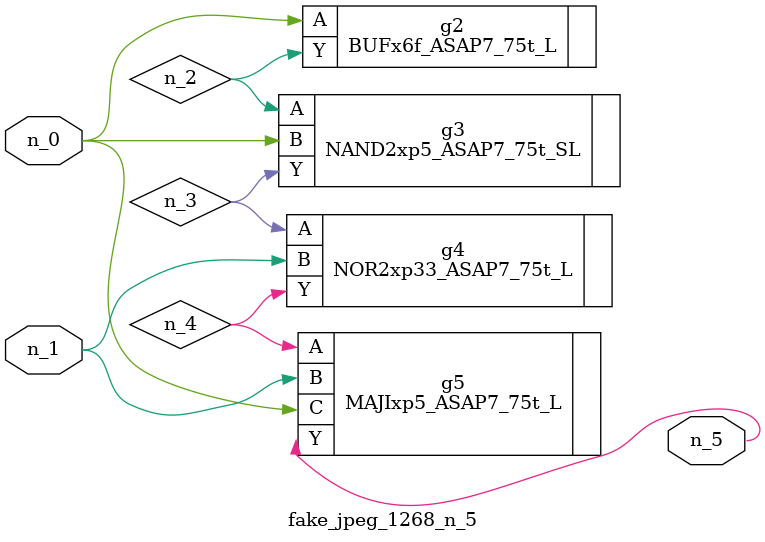
<source format=v>
module fake_jpeg_1268_n_5 (n_0, n_1, n_5);

input n_0;
input n_1;

output n_5;

wire n_3;
wire n_2;
wire n_4;

BUFx6f_ASAP7_75t_L g2 ( 
.A(n_0),
.Y(n_2)
);

NAND2xp5_ASAP7_75t_SL g3 ( 
.A(n_2),
.B(n_0),
.Y(n_3)
);

NOR2xp33_ASAP7_75t_L g4 ( 
.A(n_3),
.B(n_1),
.Y(n_4)
);

MAJIxp5_ASAP7_75t_L g5 ( 
.A(n_4),
.B(n_1),
.C(n_0),
.Y(n_5)
);


endmodule
</source>
